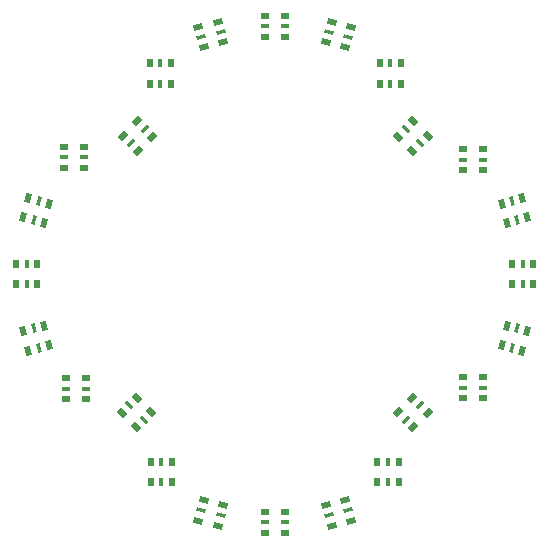
<source format=gbr>
%TF.GenerationSoftware,KiCad,Pcbnew,7.0.6*%
%TF.CreationDate,2023-08-09T16:46:25+09:30*%
%TF.ProjectId,interior-lighting,696e7465-7269-46f7-922d-6c6967687469,V1.0*%
%TF.SameCoordinates,Original*%
%TF.FileFunction,Soldermask,Top*%
%TF.FilePolarity,Negative*%
%FSLAX46Y46*%
G04 Gerber Fmt 4.6, Leading zero omitted, Abs format (unit mm)*
G04 Created by KiCad (PCBNEW 7.0.6) date 2023-08-09 16:46:25*
%MOMM*%
%LPD*%
G01*
G04 APERTURE LIST*
G04 Aperture macros list*
%AMRotRect*
0 Rectangle, with rotation*
0 The origin of the aperture is its center*
0 $1 length*
0 $2 width*
0 $3 Rotation angle, in degrees counterclockwise*
0 Add horizontal line*
21,1,$1,$2,0,0,$3*%
G04 Aperture macros list end*
%ADD10R,0.800000X0.500000*%
%ADD11R,0.800000X0.300000*%
%ADD12RotRect,0.800000X0.500000X315.000000*%
%ADD13RotRect,0.800000X0.300000X315.000000*%
%ADD14RotRect,0.800000X0.500000X285.000000*%
%ADD15RotRect,0.800000X0.300000X285.000000*%
%ADD16R,0.500000X0.800000*%
%ADD17R,0.300000X0.800000*%
%ADD18RotRect,0.800000X0.500000X45.000000*%
%ADD19RotRect,0.800000X0.300000X45.000000*%
%ADD20RotRect,0.800000X0.500000X75.000000*%
%ADD21RotRect,0.800000X0.300000X75.000000*%
%ADD22RotRect,0.800000X0.300000X105.000000*%
%ADD23RotRect,0.800000X0.500000X105.000000*%
%ADD24RotRect,0.800000X0.500000X225.000000*%
%ADD25RotRect,0.800000X0.300000X225.000000*%
%ADD26RotRect,0.800000X0.500000X255.000000*%
%ADD27RotRect,0.800000X0.300000X255.000000*%
%ADD28RotRect,0.800000X0.500000X345.000000*%
%ADD29RotRect,0.800000X0.300000X345.000000*%
%ADD30RotRect,0.800000X0.500000X195.000000*%
%ADD31RotRect,0.800000X0.300000X195.000000*%
%ADD32RotRect,0.800000X0.500000X165.000000*%
%ADD33RotRect,0.800000X0.300000X165.000000*%
%ADD34RotRect,0.800000X0.500000X135.000000*%
%ADD35RotRect,0.800000X0.300000X135.000000*%
%ADD36RotRect,0.800000X0.500000X15.000000*%
%ADD37RotRect,0.800000X0.300000X15.000000*%
G04 APERTURE END LIST*
D10*
%TO.C,U17*%
X82350000Y-110600000D03*
X84050000Y-110600000D03*
D11*
X84050000Y-109700000D03*
D10*
X84050000Y-108800000D03*
X82350000Y-108800000D03*
D11*
X82350000Y-109700000D03*
%TD*%
D12*
%TO.C,U4*%
X112937437Y-88264645D03*
X111735355Y-87062563D03*
D13*
X111098959Y-87698959D03*
D12*
X110462563Y-88335355D03*
X111664645Y-89537437D03*
D13*
X112301041Y-88901041D03*
%TD*%
D14*
%TO.C,U6*%
X121389329Y-95188100D03*
X120949337Y-93546026D03*
D15*
X120080004Y-93778963D03*
D14*
X119210671Y-94011900D03*
X119650663Y-95653974D03*
D15*
X120519996Y-95421037D03*
%TD*%
D16*
%TO.C,U7*%
X121900000Y-100850000D03*
X121900000Y-99150000D03*
D17*
X121000000Y-99150000D03*
D16*
X120100000Y-99150000D03*
X120100000Y-100850000D03*
D17*
X121000000Y-100850000D03*
%TD*%
D18*
%TO.C,U22*%
X88364645Y-87062563D03*
X87162563Y-88264645D03*
D19*
X87798959Y-88901041D03*
D18*
X88435355Y-89537437D03*
X89637437Y-88335355D03*
D19*
X89001041Y-87698959D03*
%TD*%
D16*
%TO.C,U19*%
X78100000Y-99150000D03*
X78100000Y-100850000D03*
D17*
X79000000Y-100850000D03*
D16*
X79900000Y-100850000D03*
X79900000Y-99150000D03*
D17*
X79000000Y-99150000D03*
%TD*%
D20*
%TO.C,U20*%
X79150663Y-93546026D03*
X78710671Y-95188100D03*
D21*
X79580004Y-95421037D03*
D20*
X80449337Y-95653974D03*
X80889329Y-94011900D03*
D21*
X80019996Y-93778963D03*
%TD*%
D10*
%TO.C,U1*%
X100850000Y-78100000D03*
X99150000Y-78100000D03*
D11*
X99150000Y-79000000D03*
D10*
X99150000Y-79900000D03*
X100850000Y-79900000D03*
D11*
X100850000Y-79000000D03*
%TD*%
D16*
%TO.C,U15*%
X89500000Y-115850000D03*
X89500000Y-117550000D03*
D17*
X90400000Y-117550000D03*
D16*
X91300000Y-117550000D03*
X91300000Y-115850000D03*
D17*
X90400000Y-115850000D03*
%TD*%
D22*
%TO.C,U18*%
X79580004Y-104578963D03*
D23*
X80449337Y-104346026D03*
X80889329Y-105988100D03*
D22*
X80019996Y-106221037D03*
D23*
X79150663Y-106453974D03*
X78710671Y-104811900D03*
%TD*%
D24*
%TO.C,U10*%
X111735355Y-112937437D03*
X112937437Y-111735355D03*
D25*
X112301041Y-111098959D03*
D24*
X111664645Y-110462563D03*
X110462563Y-111664645D03*
D25*
X111098959Y-112301041D03*
%TD*%
D10*
%TO.C,U13*%
X99150000Y-121900000D03*
X100850000Y-121900000D03*
D11*
X100850000Y-121000000D03*
D10*
X100850000Y-120100000D03*
X99150000Y-120100000D03*
D11*
X99150000Y-121000000D03*
%TD*%
D26*
%TO.C,U8*%
X120949337Y-106453974D03*
X121389329Y-104811900D03*
D27*
X120519996Y-104578963D03*
D26*
X119650663Y-104346026D03*
X119210671Y-105988100D03*
D27*
X120080004Y-106221037D03*
%TD*%
D16*
%TO.C,U3*%
X110700000Y-83850000D03*
X110700000Y-82150000D03*
D17*
X109800000Y-82150000D03*
D16*
X108900000Y-82150000D03*
X108900000Y-83850000D03*
D17*
X109800000Y-83850000D03*
%TD*%
D10*
%TO.C,U21*%
X83850000Y-89200000D03*
X82150000Y-89200000D03*
D11*
X82150000Y-90100000D03*
D10*
X82150000Y-91000000D03*
X83850000Y-91000000D03*
D11*
X83850000Y-90100000D03*
%TD*%
D28*
%TO.C,U2*%
X106453974Y-79050663D03*
X104811900Y-78610671D03*
D29*
X104578963Y-79480004D03*
D28*
X104346026Y-80349337D03*
X105988100Y-80789329D03*
D29*
X106221037Y-79919996D03*
%TD*%
D30*
%TO.C,U12*%
X104811900Y-121289329D03*
X106453974Y-120849337D03*
D31*
X106221037Y-119980004D03*
D30*
X105988100Y-119110671D03*
X104346026Y-119550663D03*
D31*
X104578963Y-120419996D03*
%TD*%
D32*
%TO.C,U14*%
X93546026Y-120849337D03*
X95188100Y-121289329D03*
D33*
X95421037Y-120419996D03*
D32*
X95653974Y-119550663D03*
X94011900Y-119110671D03*
D33*
X93778963Y-119980004D03*
%TD*%
D34*
%TO.C,U16*%
X87062563Y-111735355D03*
X88264645Y-112937437D03*
D35*
X88901041Y-112301041D03*
D34*
X89537437Y-111664645D03*
X88335355Y-110462563D03*
D35*
X87698959Y-111098959D03*
%TD*%
D16*
%TO.C,U23*%
X89400000Y-82150000D03*
X89400000Y-83850000D03*
D17*
X90300000Y-83850000D03*
D16*
X91200000Y-83850000D03*
X91200000Y-82150000D03*
D17*
X90300000Y-82150000D03*
%TD*%
D16*
%TO.C,U11*%
X110500000Y-117550000D03*
X110500000Y-115850000D03*
D17*
X109600000Y-115850000D03*
D16*
X108700000Y-115850000D03*
X108700000Y-117550000D03*
D17*
X109600000Y-117550000D03*
%TD*%
D10*
%TO.C,U9*%
X115950000Y-110500000D03*
X117650000Y-110500000D03*
D11*
X117650000Y-109600000D03*
D10*
X117650000Y-108700000D03*
X115950000Y-108700000D03*
D11*
X115950000Y-109600000D03*
%TD*%
D36*
%TO.C,U24*%
X95188100Y-78610671D03*
X93546026Y-79050663D03*
D37*
X93778963Y-79919996D03*
D36*
X94011900Y-80789329D03*
X95653974Y-80349337D03*
D37*
X95421037Y-79480004D03*
%TD*%
D10*
%TO.C,U5*%
X117650000Y-89400000D03*
X115950000Y-89400000D03*
D11*
X115950000Y-90300000D03*
D10*
X115950000Y-91200000D03*
X117650000Y-91200000D03*
D11*
X117650000Y-90300000D03*
%TD*%
M02*

</source>
